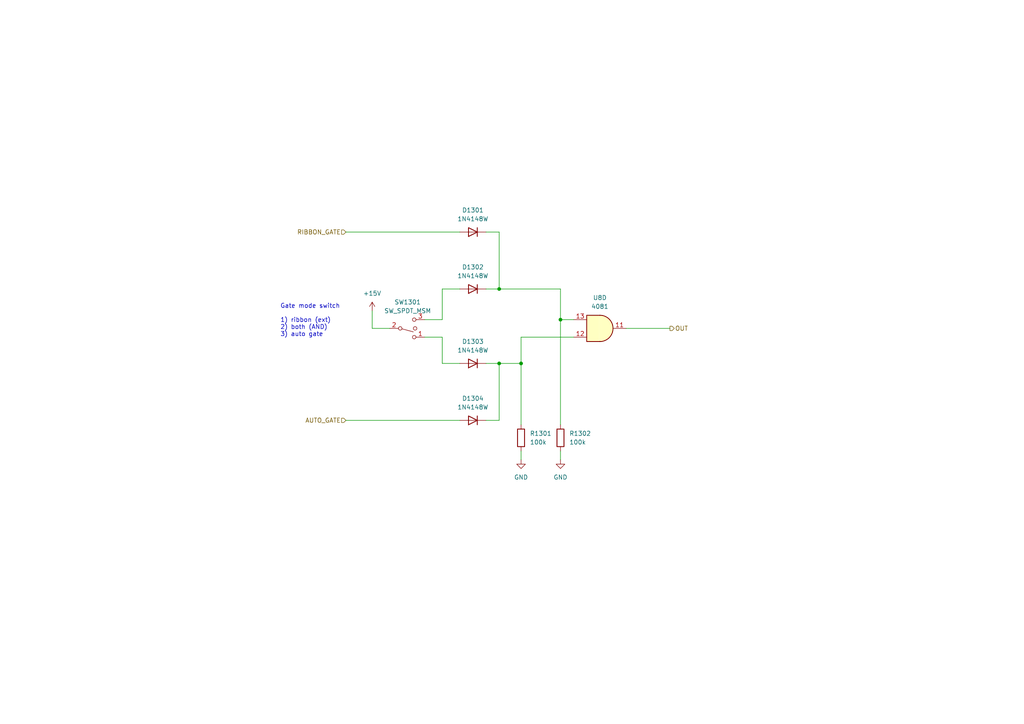
<source format=kicad_sch>
(kicad_sch (version 20211123) (generator eeschema)
  (paper "A4")
  (title_block (title "Josh Ox Ribbon Synth Ribbon board") (date "2022-06-17") (rev "0") (comment 1 "creativecommons.org/licences/by/4.0") (comment 2 "license: CC by 4.0") (comment 3 "Author: Jordan Aceto"))
  (lib_symbols
    (symbol "4xxx:4081" (pin_names (offset 1.016))
      (property "Reference" "U" (at 0 1.27 0))
      (property "Value" "4081" (at 0 -1.27 0))
      (symbol "4081_1_1"
        (arc (start 0 -3.81) (mid 3.81 0) (end 0 3.81) (stroke (width 0.254)) (fill (type background)))
        (polyline (pts (xy 0 3.81) (xy -3.81 3.81) (xy -3.81 -3.81) (xy 0 -3.81)) (stroke (width 0.254)) (fill (type background)))
        (pin input line (at -7.62 2.54 0) (length 3.81) (name "~") (number "1"))
        (pin input line (at -7.62 -2.54 0) (length 3.81) (name "~") (number "2"))
        (pin output line (at 7.62 0 180) (length 3.81) (name "~") (number "3"))
      )
      (symbol "4081_1_2"
        (arc (start -3.81 -3.81) (mid -2.589 0) (end -3.81 3.81) (stroke (width 0.254)))
        (arc (start -0.6096 -3.81) (mid 2.1842 -2.5851) (end 3.81 0) (stroke (width 0.254)) (fill (type background)))
        (polyline (pts (xy -3.81 -3.81) (xy -0.635 -3.81)) (stroke (width 0.254)) (fill (type background)))
        (polyline (pts (xy -3.81 3.81) (xy -0.635 3.81)) (stroke (width 0.254)) (fill (type background)))
        (polyline (pts (xy -0.635 3.81) (xy -3.81 3.81) (xy -3.81 3.81) (xy -3.556 3.4036) (xy -3.0226 2.2606) (xy -2.6924 1.0414) (xy -2.6162 -0.254) (xy -2.7686 -1.4986) (xy -3.175 -2.7178) (xy -3.81 -3.81) (xy -3.81 -3.81) (xy -0.635 -3.81)) (stroke (width -25.4)) (fill (type background)))
        (arc (start 3.81 0) (mid 2.1915 2.5936) (end -0.6096 3.81) (stroke (width 0.254)) (fill (type background)))
        (pin input inverted (at -7.62 2.54 0) (length 4.318) (name "~") (number "1"))
        (pin input inverted (at -7.62 -2.54 0) (length 4.318) (name "~") (number "2"))
        (pin output inverted (at 7.62 0 180) (length 3.81) (name "~") (number "3"))
      )
      (symbol "4081_2_1"
        (arc (start 0 -3.81) (mid 3.81 0) (end 0 3.81) (stroke (width 0.254)) (fill (type background)))
        (polyline (pts (xy 0 3.81) (xy -3.81 3.81) (xy -3.81 -3.81) (xy 0 -3.81)) (stroke (width 0.254)) (fill (type background)))
        (pin output line (at 7.62 0 180) (length 3.81) (name "~") (number "4"))
        (pin input line (at -7.62 2.54 0) (length 3.81) (name "~") (number "5"))
        (pin input line (at -7.62 -2.54 0) (length 3.81) (name "~") (number "6"))
      )
      (symbol "4081_2_2"
        (arc (start -3.81 -3.81) (mid -2.589 0) (end -3.81 3.81) (stroke (width 0.254)))
        (arc (start -0.6096 -3.81) (mid 2.1842 -2.5851) (end 3.81 0) (stroke (width 0.254)) (fill (type background)))
        (polyline (pts (xy -3.81 -3.81) (xy -0.635 -3.81)) (stroke (width 0.254)) (fill (type background)))
        (polyline (pts (xy -3.81 3.81) (xy -0.635 3.81)) (stroke (width 0.254)) (fill (type background)))
        (polyline (pts (xy -0.635 3.81) (xy -3.81 3.81) (xy -3.81 3.81) (xy -3.556 3.4036) (xy -3.0226 2.2606) (xy -2.6924 1.0414) (xy -2.6162 -0.254) (xy -2.7686 -1.4986) (xy -3.175 -2.7178) (xy -3.81 -3.81) (xy -3.81 -3.81) (xy -0.635 -3.81)) (stroke (width -25.4)) (fill (type background)))
        (arc (start 3.81 0) (mid 2.1915 2.5936) (end -0.6096 3.81) (stroke (width 0.254)) (fill (type background)))
        (pin output inverted (at 7.62 0 180) (length 3.81) (name "~") (number "4"))
        (pin input inverted (at -7.62 2.54 0) (length 4.318) (name "~") (number "5"))
        (pin input inverted (at -7.62 -2.54 0) (length 4.318) (name "~") (number "6"))
      )
      (symbol "4081_3_1"
        (arc (start 0 -3.81) (mid 3.81 0) (end 0 3.81) (stroke (width 0.254)) (fill (type background)))
        (polyline (pts (xy 0 3.81) (xy -3.81 3.81) (xy -3.81 -3.81) (xy 0 -3.81)) (stroke (width 0.254)) (fill (type background)))
        (pin output line (at 7.62 0 180) (length 3.81) (name "~") (number "10"))
        (pin input line (at -7.62 2.54 0) (length 3.81) (name "~") (number "8"))
        (pin input line (at -7.62 -2.54 0) (length 3.81) (name "~") (number "9"))
      )
      (symbol "4081_3_2"
        (arc (start -3.81 -3.81) (mid -2.589 0) (end -3.81 3.81) (stroke (width 0.254)))
        (arc (start -0.6096 -3.81) (mid 2.1842 -2.5851) (end 3.81 0) (stroke (width 0.254)) (fill (type background)))
        (polyline (pts (xy -3.81 -3.81) (xy -0.635 -3.81)) (stroke (width 0.254)) (fill (type background)))
        (polyline (pts (xy -3.81 3.81) (xy -0.635 3.81)) (stroke (width 0.254)) (fill (type background)))
        (polyline (pts (xy -0.635 3.81) (xy -3.81 3.81) (xy -3.81 3.81) (xy -3.556 3.4036) (xy -3.0226 2.2606) (xy -2.6924 1.0414) (xy -2.6162 -0.254) (xy -2.7686 -1.4986) (xy -3.175 -2.7178) (xy -3.81 -3.81) (xy -3.81 -3.81) (xy -0.635 -3.81)) (stroke (width -25.4)) (fill (type background)))
        (arc (start 3.81 0) (mid 2.1915 2.5936) (end -0.6096 3.81) (stroke (width 0.254)) (fill (type background)))
        (pin output inverted (at 7.62 0 180) (length 3.81) (name "~") (number "10"))
        (pin input inverted (at -7.62 2.54 0) (length 4.318) (name "~") (number "8"))
        (pin input inverted (at -7.62 -2.54 0) (length 4.318) (name "~") (number "9"))
      )
      (symbol "4081_4_1"
        (arc (start 0 -3.81) (mid 3.81 0) (end 0 3.81) (stroke (width 0.254)) (fill (type background)))
        (polyline (pts (xy 0 3.81) (xy -3.81 3.81) (xy -3.81 -3.81) (xy 0 -3.81)) (stroke (width 0.254)) (fill (type background)))
        (pin output line (at 7.62 0 180) (length 3.81) (name "~") (number "11"))
        (pin input line (at -7.62 2.54 0) (length 3.81) (name "~") (number "12"))
        (pin input line (at -7.62 -2.54 0) (length 3.81) (name "~") (number "13"))
      )
      (symbol "4081_4_2"
        (arc (start -3.81 -3.81) (mid -2.589 0) (end -3.81 3.81) (stroke (width 0.254)))
        (arc (start -0.6096 -3.81) (mid 2.1842 -2.5851) (end 3.81 0) (stroke (width 0.254)) (fill (type background)))
        (polyline (pts (xy -3.81 -3.81) (xy -0.635 -3.81)) (stroke (width 0.254)) (fill (type background)))
        (polyline (pts (xy -3.81 3.81) (xy -0.635 3.81)) (stroke (width 0.254)) (fill (type background)))
        (polyline (pts (xy -0.635 3.81) (xy -3.81 3.81) (xy -3.81 3.81) (xy -3.556 3.4036) (xy -3.0226 2.2606) (xy -2.6924 1.0414) (xy -2.6162 -0.254) (xy -2.7686 -1.4986) (xy -3.175 -2.7178) (xy -3.81 -3.81) (xy -3.81 -3.81) (xy -0.635 -3.81)) (stroke (width -25.4)) (fill (type background)))
        (arc (start 3.81 0) (mid 2.1915 2.5936) (end -0.6096 3.81) (stroke (width 0.254)) (fill (type background)))
        (pin output inverted (at 7.62 0 180) (length 3.81) (name "~") (number "11"))
        (pin input inverted (at -7.62 2.54 0) (length 4.318) (name "~") (number "12"))
        (pin input inverted (at -7.62 -2.54 0) (length 4.318) (name "~") (number "13"))
      )
      (symbol "4081_5_0"
        (pin power_in line (at 0 12.7 270) (length 5.08) (name "VDD") (number "14"))
        (pin power_in line (at 0 -12.7 90) (length 5.08) (name "VSS") (number "7"))
      )
      (symbol "4081_5_1"
        (rectangle (start -5.08 7.62) (end 5.08 -7.62) (stroke (width 0.254)) (fill (type background)))
      )
    )
    (symbol "Device:R" (pin_numbers hide) (pin_names (offset 0))
      (property "Reference" "R" (at 2.032 0 90))
      (property "Value" "R" (at 0 0 90))
      (symbol "R_0_1"
        (rectangle (start -1.016 -2.54) (end 1.016 2.54) (stroke (width 0.254)))
      )
      (symbol "R_1_1"
        (pin passive line (at 0 3.81 270) (length 1.27) (name "~") (number "1"))
        (pin passive line (at 0 -3.81 90) (length 1.27) (name "~") (number "2"))
      )
    )
    (symbol "Diode:1N4148W" (pin_numbers hide) (pin_names (offset 1.016) hide)
      (property "Reference" "D" (at 0 2.54 0))
      (property "Value" "1N4148W" (at 0 -2.54 0))
      (symbol "1N4148W_0_1"
        (polyline (pts (xy -1.27 1.27) (xy -1.27 -1.27)) (stroke (width 0.254)))
        (polyline (pts (xy 1.27 0) (xy -1.27 0)))
        (polyline (pts (xy 1.27 1.27) (xy 1.27 -1.27) (xy -1.27 0) (xy 1.27 1.27)) (stroke (width 0.254)))
      )
      (symbol "1N4148W_1_1"
        (pin passive line (at -3.81 0 0) (length 2.54) (name "K") (number "1"))
        (pin passive line (at 3.81 0 180) (length 2.54) (name "A") (number "2"))
      )
    )
    (symbol "Switch:SW_SPDT_MSM" (pin_names (offset 0) hide)
      (property "Reference" "SW" (at 0 5.08 0))
      (property "Value" "SW_SPDT_MSM" (at 0 -5.08 0))
      (symbol "SW_SPDT_MSM_0_0"
        (circle (center -2.032 0) (radius 0.508))
        (polyline (pts (xy -1.524 0.127) (xy 1.778 1.016)))
        (circle (center 2.032 -2.54) (radius 0.508))
      )
      (symbol "SW_SPDT_MSM_0_1"
        (circle (center 2.032 2.54) (radius 0.508))
        (circle (center 2.286 0) (radius 0.508))
      )
      (symbol "SW_SPDT_MSM_1_1"
        (pin passive line (at 5.08 2.54 180) (length 2.54) (name "1") (number "1"))
        (pin passive line (at -5.08 0 0) (length 2.54) (name "2") (number "2"))
        (pin passive line (at 5.08 -2.54 180) (length 2.54) (name "3") (number "3"))
      )
    )
    (symbol "power:+15V" (power) (pin_names (offset 0))
      (property "Value" "+15V" (at 0 3.556 0))
      (symbol "+15V_0_1"
        (polyline (pts (xy -0.762 1.27) (xy 0 2.54)))
        (polyline (pts (xy 0 0) (xy 0 2.54)))
        (polyline (pts (xy 0 2.54) (xy 0.762 1.27)))
      )
      (symbol "+15V_1_1"
        (pin power_in line (at 0 0 90) (length 0) hide (name "+15V") (number "1"))
      )
    )
    (symbol "power:GND" (power) (pin_names (offset 0))
      (property "Value" "GND" (at 0 -3.81 0))
      (symbol "GND_0_1"
        (polyline (pts (xy 0 0) (xy 0 -1.27) (xy 1.27 -1.27) (xy 0 -2.54) (xy -1.27 -1.27) (xy 0 -1.27)))
      )
      (symbol "GND_1_1"
        (pin power_in line (at 0 0 270) (length 0) hide (name "GND") (number "1"))
      )
    )
  )
  (junction (at 144.78 105.41))
  (junction (at 151.13 105.41))
  (junction (at 144.78 83.82))
  (junction (at 162.56 92.71))
  (wire (pts (xy 128.27 97.79) (xy 123.19 97.79)))
  (wire (pts (xy 100.33 121.92) (xy 133.35 121.92)))
  (wire (pts (xy 144.78 83.82) (xy 162.56 83.82)))
  (wire (pts (xy 144.78 105.41) (xy 151.13 105.41)))
  (wire (pts (xy 151.13 130.81) (xy 151.13 133.35)))
  (wire (pts (xy 140.97 83.82) (xy 144.78 83.82)))
  (wire (pts (xy 107.95 95.25) (xy 113.03 95.25)))
  (wire (pts (xy 162.56 92.71) (xy 166.37 92.71)))
  (wire (pts (xy 151.13 105.41) (xy 151.13 97.79)))
  (wire (pts (xy 144.78 105.41) (xy 140.97 105.41)))
  (wire (pts (xy 133.35 105.41) (xy 128.27 105.41)))
  (wire (pts (xy 144.78 83.82) (xy 144.78 67.31)))
  (wire (pts (xy 128.27 105.41) (xy 128.27 97.79)))
  (wire (pts (xy 133.35 83.82) (xy 128.27 83.82)))
  (wire (pts (xy 100.33 67.31) (xy 133.35 67.31)))
  (wire (pts (xy 140.97 121.92) (xy 144.78 121.92)))
  (wire (pts (xy 162.56 123.19) (xy 162.56 92.71)))
  (wire (pts (xy 162.56 83.82) (xy 162.56 92.71)))
  (wire (pts (xy 151.13 123.19) (xy 151.13 105.41)))
  (wire (pts (xy 151.13 97.79) (xy 166.37 97.79)))
  (wire (pts (xy 162.56 130.81) (xy 162.56 133.35)))
  (wire (pts (xy 128.27 92.71) (xy 123.19 92.71)))
  (wire (pts (xy 144.78 67.31) (xy 140.97 67.31)))
  (wire (pts (xy 128.27 83.82) (xy 128.27 92.71)))
  (wire (pts (xy 181.61 95.25) (xy 194.31 95.25)))
  (wire (pts (xy 107.95 90.17) (xy 107.95 95.25)))
  (wire (pts (xy 144.78 121.92) (xy 144.78 105.41)))
  (text "Gate mode switch\n\n1) ribbon (ext)\n2) both (AND)\n3) auto gate" (at 81.28 97.79 0) (effects (font (size 1.27 1.27)) (justify left bottom)))
  (hierarchical_label "AUTO_GATE" (shape input) (at 100.33 121.92 180))
  (hierarchical_label "OUT" (shape output) (at 194.31 95.25 0))
  (hierarchical_label "RIBBON_GATE" (shape input) (at 100.33 67.31 180))
  (symbol (lib_id "power:GND") (at 162.56 133.35 0) (unit 1)
    (property "Reference" "#PWR01303" (effects hide))
    (property "Value" "GND" (at 162.56 138.43 0))
  )
  (symbol (lib_id "Diode:1N4148W") (at 137.16 67.31 180) (unit 1)
    (property "Reference" "D1301" (at 137.16 60.96 0))
    (property "Value" "1N4148W" (at 137.16 63.5 0))
    (property "Footprint" "Diode_SMD:D_SOD-123" (effects hide))
    (property "Datasheet" "https://www.vishay.com/docs/85748/1n4148w.pdf" (effects hide))
  )
  (symbol (lib_id "Switch:SW_SPDT_MSM") (at 118.11 95.25 0) (mirror x) (unit 1)
    (property "Reference" "SW1301" (at 118.237 87.63 0))
    (property "Value" "SW_SPDT_MSM" (at 118.237 90.17 0))
    (property "Footprint" "custom_footprints:SPDT_mini_toggle" (effects hide))
  )
  (symbol (lib_id "4xxx:4081") (at 173.99 95.25 0) (mirror x) (unit 4)
    (property "Reference" "U8" (at 173.99 86.36 0))
    (property "Value" "4081" (at 173.99 88.9 0))
    (property "Footprint" "Package_SO:SOIC-14_3.9x8.7mm_P1.27mm" (effects hide))
    (property "Datasheet" "http://www.intersil.com/content/dam/Intersil/documents/cd40/cd4073bms-81bms-82bms.pdf" (effects hide))
  )
  (symbol (lib_id "Device:R") (at 151.13 127 0) (unit 1)
    (property "Reference" "R1301" (at 153.67 125.7299 0) (effects (justify left)))
    (property "Value" "100k" (at 153.67 128.2699 0) (effects (justify left)))
    (property "Footprint" "Resistor_SMD:R_0805_2012Metric" (effects hide))
  )
  (symbol (lib_id "power:GND") (at 151.13 133.35 0) (unit 1)
    (property "Reference" "#PWR01302" (effects hide))
    (property "Value" "GND" (at 151.13 138.43 0))
  )
  (symbol (lib_id "power:+15V") (at 107.95 90.17 0) (unit 1)
    (property "Reference" "#PWR01301" (effects hide))
    (property "Value" "+15V" (at 107.95 85.09 0))
  )
  (symbol (lib_id "Device:R") (at 162.56 127 0) (unit 1)
    (property "Reference" "R1302" (at 165.1 125.7299 0) (effects (justify left)))
    (property "Value" "100k" (at 165.1 128.2699 0) (effects (justify left)))
    (property "Footprint" "Resistor_SMD:R_0805_2012Metric" (effects hide))
  )
  (symbol (lib_id "Diode:1N4148W") (at 137.16 105.41 180) (unit 1)
    (property "Reference" "D1303" (at 137.16 99.06 0))
    (property "Value" "1N4148W" (at 137.16 101.6 0))
    (property "Footprint" "Diode_SMD:D_SOD-123" (effects hide))
    (property "Datasheet" "https://www.vishay.com/docs/85748/1n4148w.pdf" (effects hide))
  )
  (symbol (lib_id "Diode:1N4148W") (at 137.16 121.92 180) (unit 1)
    (property "Reference" "D1304" (at 137.16 115.57 0))
    (property "Value" "1N4148W" (at 137.16 118.11 0))
    (property "Footprint" "Diode_SMD:D_SOD-123" (effects hide))
    (property "Datasheet" "https://www.vishay.com/docs/85748/1n4148w.pdf" (effects hide))
  )
  (symbol (lib_id "Diode:1N4148W") (at 137.16 83.82 180) (unit 1)
    (property "Reference" "D1302" (at 137.16 77.47 0))
    (property "Value" "1N4148W" (at 137.16 80.01 0))
    (property "Footprint" "Diode_SMD:D_SOD-123" (effects hide))
    (property "Datasheet" "https://www.vishay.com/docs/85748/1n4148w.pdf" (effects hide))
  )
)
</source>
